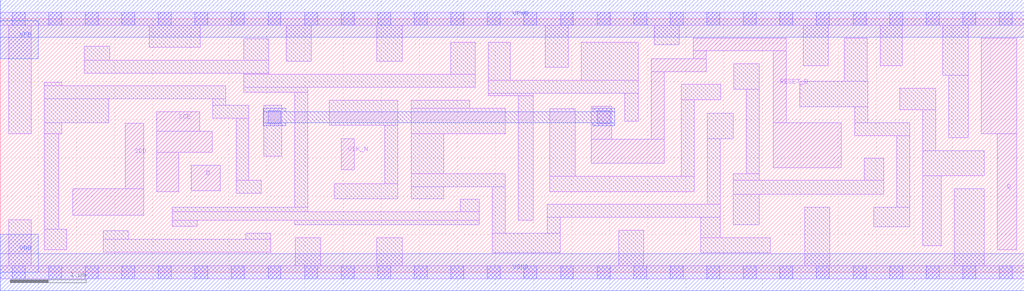
<source format=lef>
# Copyright 2020 The SkyWater PDK Authors
#
# Licensed under the Apache License, Version 2.0 (the "License");
# you may not use this file except in compliance with the License.
# You may obtain a copy of the License at
#
#     https://www.apache.org/licenses/LICENSE-2.0
#
# Unless required by applicable law or agreed to in writing, software
# distributed under the License is distributed on an "AS IS" BASIS,
# WITHOUT WARRANTIES OR CONDITIONS OF ANY KIND, either express or implied.
# See the License for the specific language governing permissions and
# limitations under the License.
#
# SPDX-License-Identifier: Apache-2.0

VERSION 5.5 ;
NAMESCASESENSITIVE ON ;
BUSBITCHARS "[]" ;
DIVIDERCHAR "/" ;
MACRO sky130_fd_sc_lp__sdfrtn_1
  CLASS CORE ;
  SOURCE USER ;
  ORIGIN  0.000000  0.000000 ;
  SIZE  13.44000 BY  3.330000 ;
  SYMMETRY X Y R90 ;
  SITE unit ;
  PIN D
    ANTENNAGATEAREA  0.159000 ;
    DIRECTION INPUT ;
    USE SIGNAL ;
    PORT
      LAYER li1 ;
        RECT 2.510000 1.070000 2.885000 1.405000 ;
    END
  END D
  PIN Q
    ANTENNADIFFAREA  0.581700 ;
    DIRECTION OUTPUT ;
    USE SIGNAL ;
    PORT
      LAYER li1 ;
        RECT 12.880000 1.815000 13.345000 3.075000 ;
        RECT 13.085000 0.295000 13.345000 1.815000 ;
    END
  END Q
  PIN RESET_B
    ANTENNAPARTIALMETALSIDEAREA  3.451000 ;
    DIRECTION INPUT ;
    USE SIGNAL ;
    PORT
      LAYER li1 ;
        RECT  7.755000 1.430000  8.715000 1.745000 ;
        RECT  7.755000 1.745000  8.025000 2.180000 ;
        RECT  8.545000 1.745000  8.715000 2.635000 ;
        RECT  8.545000 2.635000  9.265000 2.805000 ;
        RECT  9.095000 2.805000  9.265000 2.905000 ;
        RECT  9.095000 2.905000 10.315000 3.075000 ;
        RECT 10.145000 1.375000 11.040000 1.965000 ;
        RECT 10.145000 1.965000 10.315000 2.905000 ;
    END
  END RESET_B
  PIN SCD
    ANTENNAGATEAREA  0.159000 ;
    DIRECTION INPUT ;
    USE SIGNAL ;
    PORT
      LAYER li1 ;
        RECT 0.950000 0.745000 1.885000 1.095000 ;
        RECT 1.640000 1.095000 1.885000 1.955000 ;
    END
  END SCD
  PIN SCE
    ANTENNAGATEAREA  0.318000 ;
    DIRECTION INPUT ;
    USE SIGNAL ;
    PORT
      LAYER li1 ;
        RECT 2.055000 1.055000 2.340000 1.575000 ;
        RECT 2.055000 1.575000 2.785000 1.850000 ;
        RECT 2.055000 1.850000 2.620000 2.105000 ;
    END
  END SCE
  PIN CLK_N
    ANTENNAGATEAREA  0.315000 ;
    DIRECTION INPUT ;
    USE CLOCK ;
    PORT
      LAYER li1 ;
        RECT 4.475000 1.345000 4.645000 1.750000 ;
    END
  END CLK_N
  PIN VGND
    DIRECTION INOUT ;
    USE GROUND ;
    PORT
      LAYER met1 ;
        RECT 0.000000 -0.245000 13.440000 0.245000 ;
    END
  END VGND
  PIN VNB
    DIRECTION INOUT ;
    USE GROUND ;
    PORT
    END
  END VNB
  PIN VPB
    DIRECTION INOUT ;
    USE POWER ;
    PORT
    END
  END VPB
  PIN VNB
    DIRECTION INOUT ;
    USE GROUND ;
    PORT
      LAYER met1 ;
        RECT 0.000000 0.000000 0.500000 0.500000 ;
    END
  END VNB
  PIN VPB
    DIRECTION INOUT ;
    USE POWER ;
    PORT
      LAYER met1 ;
        RECT 0.000000 2.800000 0.500000 3.300000 ;
    END
  END VPB
  PIN VPWR
    DIRECTION INOUT ;
    USE POWER ;
    PORT
      LAYER met1 ;
        RECT 0.000000 3.085000 13.440000 3.575000 ;
    END
  END VPWR
  OBS
    LAYER li1 ;
      RECT  0.000000 -0.085000 13.440000 0.085000 ;
      RECT  0.000000  3.245000 13.440000 3.415000 ;
      RECT  0.110000  0.085000  0.405000 0.690000 ;
      RECT  0.110000  1.815000  0.405000 3.245000 ;
      RECT  0.575000  0.295000  0.870000 0.565000 ;
      RECT  0.575000  0.565000  0.770000 1.815000 ;
      RECT  0.575000  1.815000  0.810000 1.965000 ;
      RECT  0.575000  1.965000  1.425000 2.275000 ;
      RECT  0.575000  2.275000  2.960000 2.445000 ;
      RECT  0.575000  2.445000  0.810000 2.495000 ;
      RECT  1.105000  2.615000  3.525000 2.785000 ;
      RECT  1.105000  2.785000  1.435000 2.965000 ;
      RECT  1.350000  0.265000  3.550000 0.435000 ;
      RECT  1.350000  0.435000  1.680000 0.545000 ;
      RECT  1.955000  2.955000  2.625000 3.245000 ;
      RECT  2.255000  0.605000  2.585000 0.685000 ;
      RECT  2.255000  0.685000  6.290000 0.795000 ;
      RECT  2.255000  0.795000  4.035000 0.855000 ;
      RECT  2.790000  2.020000  3.265000 2.195000 ;
      RECT  2.790000  2.195000  2.960000 2.275000 ;
      RECT  3.095000  1.035000  3.425000 1.205000 ;
      RECT  3.095000  1.205000  3.265000 2.020000 ;
      RECT  3.195000  2.365000  4.035000 2.430000 ;
      RECT  3.195000  2.430000  6.235000 2.600000 ;
      RECT  3.195000  2.600000  3.525000 2.615000 ;
      RECT  3.195000  2.785000  3.525000 3.065000 ;
      RECT  3.220000  0.435000  3.550000 0.515000 ;
      RECT  3.460000  1.525000  3.695000 2.195000 ;
      RECT  3.755000  2.770000  4.085000 3.245000 ;
      RECT  3.865000  0.625000  6.290000 0.685000 ;
      RECT  3.865000  0.855000  4.035000 2.365000 ;
      RECT  3.875000  0.085000  4.205000 0.455000 ;
      RECT  4.320000  1.930000  5.215000 2.260000 ;
      RECT  4.385000  0.965000  5.215000 1.165000 ;
      RECT  4.945000  0.085000  5.275000 0.455000 ;
      RECT  4.945000  2.770000  5.275000 3.245000 ;
      RECT  5.045000  1.165000  5.215000 1.930000 ;
      RECT  5.395000  0.965000  5.820000 1.125000 ;
      RECT  5.395000  1.125000  6.630000 1.295000 ;
      RECT  5.395000  1.295000  5.820000 1.815000 ;
      RECT  5.395000  1.815000  6.630000 2.150000 ;
      RECT  5.395000  2.150000  6.160000 2.260000 ;
      RECT  5.915000  2.600000  6.235000 3.020000 ;
      RECT  6.040000  0.795000  6.290000 0.955000 ;
      RECT  6.405000  2.320000  7.000000 2.350000 ;
      RECT  6.405000  2.350000  8.375000 2.520000 ;
      RECT  6.405000  2.520000  6.695000 3.020000 ;
      RECT  6.460000  0.255000  7.350000 0.510000 ;
      RECT  6.460000  0.510000  6.630000 1.125000 ;
      RECT  6.800000  0.680000  7.000000 2.320000 ;
      RECT  7.155000  2.690000  7.455000 3.245000 ;
      RECT  7.180000  0.510000  7.350000 0.720000 ;
      RECT  7.180000  0.720000  9.450000 0.890000 ;
      RECT  7.215000  1.060000  9.110000 1.260000 ;
      RECT  7.215000  1.260000  7.545000 2.145000 ;
      RECT  7.625000  2.520000  8.375000 3.020000 ;
      RECT  8.120000  0.085000  8.450000 0.550000 ;
      RECT  8.195000  1.985000  8.375000 2.350000 ;
      RECT  8.585000  2.985000  8.915000 3.245000 ;
      RECT  8.940000  1.260000  9.110000 2.265000 ;
      RECT  8.940000  2.265000  9.460000 2.465000 ;
      RECT  9.195000  0.255000 10.110000 0.455000 ;
      RECT  9.195000  0.455000  9.450000 0.720000 ;
      RECT  9.280000  0.890000  9.450000 1.755000 ;
      RECT  9.280000  1.755000  9.625000 2.085000 ;
      RECT  9.620000  0.625000  9.965000 1.025000 ;
      RECT  9.620000  1.025000 11.600000 1.205000 ;
      RECT  9.620000  1.205000  9.965000 1.295000 ;
      RECT  9.630000  2.405000  9.965000 2.735000 ;
      RECT  9.795000  1.295000  9.965000 2.405000 ;
      RECT 10.495000  2.175000 11.390000 2.505000 ;
      RECT 10.540000  2.710000 10.870000 3.245000 ;
      RECT 10.560000  0.085000 10.890000 0.855000 ;
      RECT 11.080000  2.505000 11.380000 3.075000 ;
      RECT 11.220000  1.795000 11.940000 1.965000 ;
      RECT 11.220000  1.965000 11.390000 2.175000 ;
      RECT 11.340000  1.205000 11.600000 1.495000 ;
      RECT 11.465000  0.595000 11.940000 0.855000 ;
      RECT 11.550000  2.710000 11.840000 3.245000 ;
      RECT 11.770000  0.855000 11.940000 1.795000 ;
      RECT 11.810000  2.135000 12.280000 2.415000 ;
      RECT 12.110000  0.350000 12.355000 1.265000 ;
      RECT 12.110000  1.265000 12.915000 1.595000 ;
      RECT 12.110000  1.595000 12.280000 2.135000 ;
      RECT 12.370000  2.585000 12.710000 3.245000 ;
      RECT 12.450000  1.765000 12.710000 2.585000 ;
      RECT 12.525000  0.085000 12.915000 1.095000 ;
    LAYER mcon ;
      RECT  0.155000 -0.085000  0.325000 0.085000 ;
      RECT  0.155000  3.245000  0.325000 3.415000 ;
      RECT  0.635000 -0.085000  0.805000 0.085000 ;
      RECT  0.635000  3.245000  0.805000 3.415000 ;
      RECT  1.115000 -0.085000  1.285000 0.085000 ;
      RECT  1.115000  3.245000  1.285000 3.415000 ;
      RECT  1.595000 -0.085000  1.765000 0.085000 ;
      RECT  1.595000  3.245000  1.765000 3.415000 ;
      RECT  2.075000 -0.085000  2.245000 0.085000 ;
      RECT  2.075000  3.245000  2.245000 3.415000 ;
      RECT  2.555000 -0.085000  2.725000 0.085000 ;
      RECT  2.555000  3.245000  2.725000 3.415000 ;
      RECT  3.035000 -0.085000  3.205000 0.085000 ;
      RECT  3.035000  3.245000  3.205000 3.415000 ;
      RECT  3.515000 -0.085000  3.685000 0.085000 ;
      RECT  3.515000  1.950000  3.685000 2.120000 ;
      RECT  3.515000  3.245000  3.685000 3.415000 ;
      RECT  3.995000 -0.085000  4.165000 0.085000 ;
      RECT  3.995000  3.245000  4.165000 3.415000 ;
      RECT  4.475000 -0.085000  4.645000 0.085000 ;
      RECT  4.475000  3.245000  4.645000 3.415000 ;
      RECT  4.955000 -0.085000  5.125000 0.085000 ;
      RECT  4.955000  3.245000  5.125000 3.415000 ;
      RECT  5.435000 -0.085000  5.605000 0.085000 ;
      RECT  5.435000  3.245000  5.605000 3.415000 ;
      RECT  5.915000 -0.085000  6.085000 0.085000 ;
      RECT  5.915000  3.245000  6.085000 3.415000 ;
      RECT  6.395000 -0.085000  6.565000 0.085000 ;
      RECT  6.395000  3.245000  6.565000 3.415000 ;
      RECT  6.875000 -0.085000  7.045000 0.085000 ;
      RECT  6.875000  3.245000  7.045000 3.415000 ;
      RECT  7.355000 -0.085000  7.525000 0.085000 ;
      RECT  7.355000  3.245000  7.525000 3.415000 ;
      RECT  7.835000 -0.085000  8.005000 0.085000 ;
      RECT  7.835000  1.950000  8.005000 2.120000 ;
      RECT  7.835000  3.245000  8.005000 3.415000 ;
      RECT  8.315000 -0.085000  8.485000 0.085000 ;
      RECT  8.315000  3.245000  8.485000 3.415000 ;
      RECT  8.795000 -0.085000  8.965000 0.085000 ;
      RECT  8.795000  3.245000  8.965000 3.415000 ;
      RECT  9.275000 -0.085000  9.445000 0.085000 ;
      RECT  9.275000  3.245000  9.445000 3.415000 ;
      RECT  9.755000 -0.085000  9.925000 0.085000 ;
      RECT  9.755000  3.245000  9.925000 3.415000 ;
      RECT 10.235000 -0.085000 10.405000 0.085000 ;
      RECT 10.235000  3.245000 10.405000 3.415000 ;
      RECT 10.715000 -0.085000 10.885000 0.085000 ;
      RECT 10.715000  3.245000 10.885000 3.415000 ;
      RECT 11.195000 -0.085000 11.365000 0.085000 ;
      RECT 11.195000  3.245000 11.365000 3.415000 ;
      RECT 11.675000 -0.085000 11.845000 0.085000 ;
      RECT 11.675000  3.245000 11.845000 3.415000 ;
      RECT 12.155000 -0.085000 12.325000 0.085000 ;
      RECT 12.155000  3.245000 12.325000 3.415000 ;
      RECT 12.635000 -0.085000 12.805000 0.085000 ;
      RECT 12.635000  3.245000 12.805000 3.415000 ;
      RECT 13.115000 -0.085000 13.285000 0.085000 ;
      RECT 13.115000  3.245000 13.285000 3.415000 ;
    LAYER met1 ;
      RECT 3.455000 1.920000 3.745000 1.965000 ;
      RECT 3.455000 1.965000 8.065000 2.105000 ;
      RECT 3.455000 2.105000 3.745000 2.150000 ;
      RECT 7.775000 1.920000 8.065000 1.965000 ;
      RECT 7.775000 2.105000 8.065000 2.150000 ;
  END
END sky130_fd_sc_lp__sdfrtn_1
END LIBRARY

</source>
